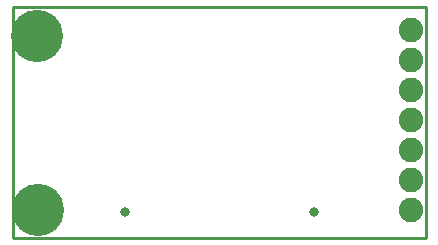
<source format=gts>
G04 EAGLE Gerber RS-274X export*
G75*
%MOMM*%
%FSLAX34Y34*%
%LPD*%
%INSoldermask Top*%
%IPPOS*%
%AMOC8*
5,1,8,0,0,1.08239X$1,22.5*%
G01*
%ADD10C,0.806400*%
%ADD11C,2.082800*%
%ADD12C,4.422400*%
%ADD13C,0.254000*%


D10*
X95009Y21427D03*
X255009Y21427D03*
D11*
X336663Y23450D03*
X336663Y48850D03*
X336663Y74250D03*
X336663Y99650D03*
X336663Y125050D03*
X336663Y150450D03*
X336663Y175850D03*
D12*
X21000Y23000D03*
X20000Y171000D03*
D13*
X0Y0D02*
X350000Y0D01*
X350000Y195000D01*
X0Y195000D01*
X0Y0D01*
M02*

</source>
